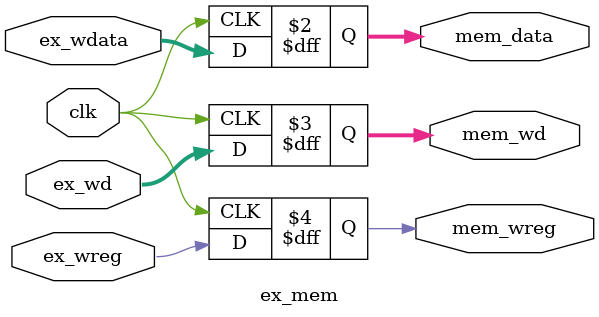
<source format=v>
`timescale 1ns / 1ps


module ex_mem(
    input wire[31:0] ex_wdata,
    input wire[4:0] ex_wd,
    input wire ex_wreg,
    input wire clk,
    output reg[31:0] mem_data,
    output reg[4:0] mem_wd,
    output reg mem_wreg
    );

    always@(posedge clk)begin
        mem_data=ex_wdata;
        mem_wd=ex_wd;
        mem_wreg=ex_wreg;
    end
endmodule

</source>
